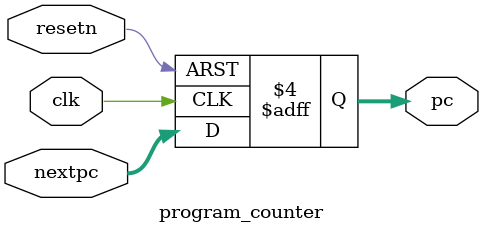
<source format=v>
module program_counter (
	input clk, resetn,
	input [31:0] nextpc,
	output reg [31:0] pc
);
	always @(negedge resetn or posedge clk) begin
		if (resetn == 0) pc <= 32'h00008000;
		else if (clk == 1) pc <= nextpc;
	end
endmodule

</source>
